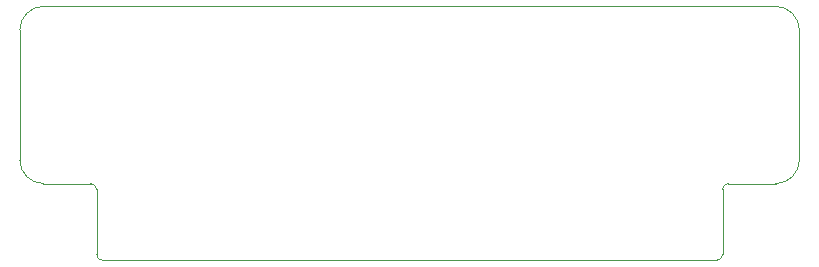
<source format=gbr>
G04 #@! TF.GenerationSoftware,KiCad,Pcbnew,(5.1.2)-1*
G04 #@! TF.CreationDate,2020-06-05T15:14:38-04:00*
G04 #@! TF.ProjectId,Step_Direction_Board,53746570-5f44-4697-9265-6374696f6e5f,rev?*
G04 #@! TF.SameCoordinates,Original*
G04 #@! TF.FileFunction,Profile,NP*
%FSLAX46Y46*%
G04 Gerber Fmt 4.6, Leading zero omitted, Abs format (unit mm)*
G04 Created by KiCad (PCBNEW (5.1.2)-1) date 2020-06-05 15:14:38*
%MOMM*%
%LPD*%
G04 APERTURE LIST*
%ADD10C,0.050000*%
G04 APERTURE END LIST*
D10*
X179000000Y-126000000D02*
G75*
G02X178500000Y-126500000I-500000J0D01*
G01*
X179000000Y-120500000D02*
G75*
G02X179500000Y-120000000I500000J0D01*
G01*
X179000000Y-120500000D02*
X179000000Y-126000000D01*
X179500000Y-120000000D02*
X183500000Y-120000000D01*
X126500000Y-126500000D02*
G75*
G02X126000000Y-126000000I0J500000D01*
G01*
X125500000Y-120000000D02*
G75*
G02X126000000Y-120500000I0J-500000D01*
G01*
X126000000Y-120500000D02*
X126000000Y-126000000D01*
X121500000Y-120000000D02*
X125500000Y-120000000D01*
X119500000Y-107000000D02*
G75*
G02X121500000Y-105000000I2000000J0D01*
G01*
X121500000Y-120000000D02*
G75*
G02X119500000Y-118000000I0J2000000D01*
G01*
X183500000Y-105000000D02*
G75*
G02X185500000Y-107000000I0J-2000000D01*
G01*
X185500000Y-118000000D02*
G75*
G02X183500000Y-120000000I-2000000J0D01*
G01*
X121500000Y-105000000D02*
X183500000Y-105000000D01*
X119500000Y-118000000D02*
X119500000Y-107000000D01*
X185500000Y-118000000D02*
X185500000Y-107000000D01*
X126500000Y-126500000D02*
X178500000Y-126500000D01*
M02*

</source>
